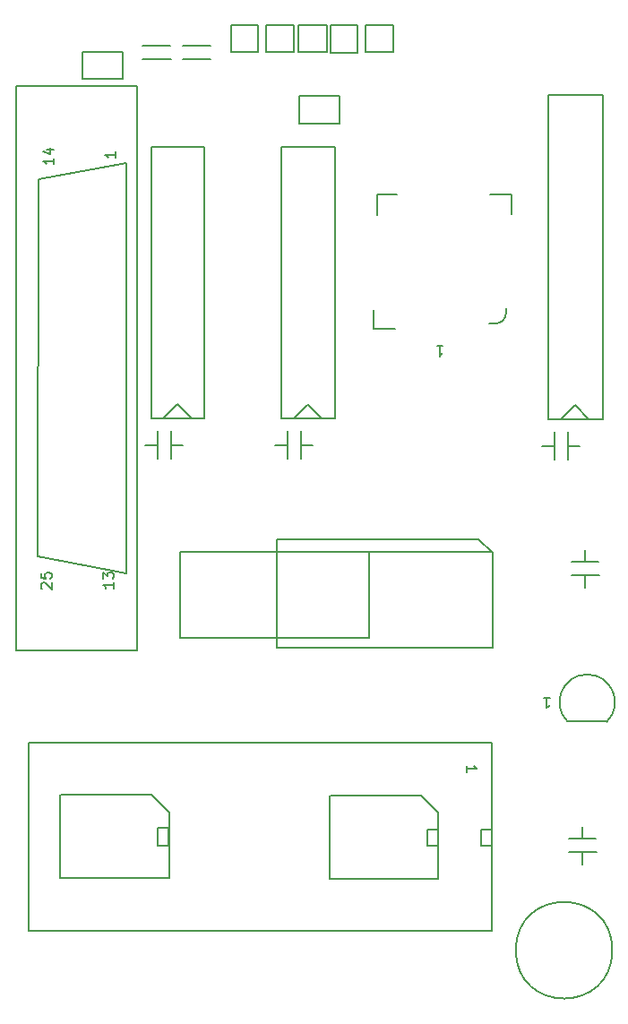
<source format=gbr>
%TF.GenerationSoftware,KiCad,Pcbnew,(6.0.2)*%
%TF.CreationDate,2022-07-19T18:31:23-05:00*%
%TF.ProjectId,PXT6-3,50585436-2d33-42e6-9b69-6361645f7063,rev?*%
%TF.SameCoordinates,Original*%
%TF.FileFunction,Legend,Top*%
%TF.FilePolarity,Positive*%
%FSLAX46Y46*%
G04 Gerber Fmt 4.6, Leading zero omitted, Abs format (unit mm)*
G04 Created by KiCad (PCBNEW (6.0.2)) date 2022-07-19 18:31:23*
%MOMM*%
%LPD*%
G01*
G04 APERTURE LIST*
%ADD10C,0.200000*%
%ADD11C,0.150000*%
G04 APERTURE END LIST*
D10*
X163813750Y-79598800D02*
X165083750Y-78328800D01*
X135873750Y-44951600D02*
X135873750Y-42411600D01*
X138969450Y-42451300D02*
X141628450Y-42451300D01*
X125078750Y-79559100D02*
X125078750Y-53960700D01*
X163149050Y-82194200D02*
X161998150Y-82194200D01*
X135159450Y-44951600D02*
X132579750Y-44951600D01*
X165798150Y-120556300D02*
X165798150Y-121707200D01*
D11*
X146074000Y-69304000D02*
X146074000Y-71149000D01*
D10*
X136945350Y-92219400D02*
X136945350Y-90989100D01*
X136945350Y-92219400D02*
X157344750Y-92219400D01*
X145279750Y-42451300D02*
X147899150Y-42451300D01*
X152185350Y-123056600D02*
X141906350Y-123056600D01*
X118570050Y-47531300D02*
X118570050Y-44951600D01*
X145597250Y-92219400D02*
X145597250Y-100315700D01*
X116466650Y-115158800D02*
X125078750Y-115158800D01*
X125604650Y-82114800D02*
X124453750Y-82114800D01*
X126705950Y-116786000D02*
X126705950Y-122977200D01*
X122657850Y-94203800D02*
X122657850Y-55468800D01*
X142025350Y-42451300D02*
X144525650Y-42451300D01*
X139009150Y-51698500D02*
X139009150Y-49118800D01*
X145279750Y-44991300D02*
X145279750Y-42451300D01*
X137907750Y-80805200D02*
X137907750Y-83424500D01*
X142858750Y-49118800D02*
X142858750Y-51698500D01*
X124245350Y-45626300D02*
X126904450Y-45626300D01*
X138493150Y-44951600D02*
X135873750Y-44951600D01*
X147899150Y-42451300D02*
X147899150Y-44991300D01*
X163149050Y-83503900D02*
X163149050Y-82194200D01*
X127777550Y-100315700D02*
X127777550Y-92219400D01*
X126874650Y-80805200D02*
X126874650Y-83384800D01*
X128055350Y-45626300D02*
X130674750Y-45626300D01*
X114363150Y-56976900D02*
X114323450Y-92616300D01*
X151113750Y-118413200D02*
X152185350Y-118413200D01*
X127985950Y-82114800D02*
X126914350Y-82114800D01*
X142858750Y-51698500D02*
X139009150Y-51698500D01*
X164726650Y-94402200D02*
X167345950Y-94402200D01*
X167703150Y-79638500D02*
X167703150Y-48999700D01*
X164726650Y-93132200D02*
X167306350Y-93132200D01*
X135873750Y-42411600D02*
X138493150Y-42411600D01*
D11*
X146414000Y-58406000D02*
X146416000Y-60393000D01*
D10*
X141906350Y-123056600D02*
X141906350Y-115238200D01*
X137302550Y-53960700D02*
X142382550Y-53960700D01*
X164369450Y-108213500D02*
X168100050Y-108213500D01*
X139842550Y-78289100D02*
X141112550Y-79559100D01*
X113450350Y-110197900D02*
X157225650Y-110197900D01*
X124245350Y-44316600D02*
X126825050Y-44316600D01*
X125634450Y-118294100D02*
X126666350Y-118294100D01*
X125634450Y-119961000D02*
X125634450Y-118294100D01*
X125604650Y-80805200D02*
X125604650Y-83424500D01*
X166036350Y-94402200D02*
X166036350Y-95553200D01*
X116426950Y-122977200D02*
X116426950Y-115158800D01*
X126229750Y-79519400D02*
X127499750Y-78249400D01*
X127777550Y-92219400D02*
X145597250Y-92219400D01*
X136945350Y-101228500D02*
X136945350Y-92219400D01*
X165798150Y-118175000D02*
X165798150Y-119246600D01*
X156193750Y-120000700D02*
X156193750Y-118413200D01*
D11*
X158554000Y-69672000D02*
X158554000Y-69125000D01*
D10*
X167703150Y-48999700D02*
X162543750Y-48999700D01*
X164488450Y-120556300D02*
X167107850Y-120556300D01*
X140289050Y-82114800D02*
X139217450Y-82114800D01*
X132579750Y-44951600D02*
X132579750Y-42411600D01*
X138493150Y-42411600D02*
X138493150Y-44951600D01*
X142025350Y-45031000D02*
X142025350Y-42451300D01*
X157344750Y-92219400D02*
X157344750Y-101228500D01*
X125604650Y-83424500D02*
X125604650Y-82114800D01*
X112259750Y-101466600D02*
X112259750Y-48126600D01*
X145597250Y-100315700D02*
X127777550Y-100315700D01*
X122380050Y-47531300D02*
X118570050Y-47531300D01*
X162543750Y-48999700D02*
X162543750Y-79638500D01*
X152185350Y-116865400D02*
X152185350Y-123056600D01*
X166036350Y-92021000D02*
X166036350Y-93092600D01*
D11*
X148259000Y-58406000D02*
X146414000Y-58406000D01*
X157534540Y-70601306D02*
G75*
G03*
X158553540Y-69682306I68603J948373D01*
G01*
D10*
X144525650Y-45031000D02*
X142025350Y-45031000D01*
X139177750Y-80805200D02*
X139177750Y-83384800D01*
D11*
X159087000Y-58422500D02*
X157100000Y-58424500D01*
D10*
X127539450Y-78249400D02*
X128809450Y-79519400D01*
X156193750Y-118413200D02*
X157225650Y-118413200D01*
D11*
X159087000Y-60267500D02*
X159087000Y-58422500D01*
D10*
X130079450Y-79559100D02*
X125078750Y-79559100D01*
X162543750Y-79638500D02*
X167703150Y-79638500D01*
X122380050Y-44951600D02*
X122380050Y-47531300D01*
X142382550Y-53960700D02*
X142382550Y-79559100D01*
X130079450Y-53960700D02*
X130079450Y-79559100D01*
X150558150Y-115238200D02*
X152145650Y-116825700D01*
X163813750Y-79638500D02*
X163813750Y-79598800D01*
X125078750Y-53960700D02*
X130079450Y-53960700D01*
X139009150Y-49118800D02*
X142858750Y-49118800D01*
X144525650Y-42451300D02*
X144525650Y-45031000D01*
X164419050Y-80884500D02*
X164419050Y-83464200D01*
X123689750Y-101466600D02*
X112259750Y-101466600D01*
X168616050Y-129843200D02*
G75*
G03*
X168616050Y-129843200I-4564100J0D01*
G01*
X125078750Y-115158800D02*
X126666350Y-116746300D01*
X151113750Y-119961000D02*
X151113750Y-118413200D01*
X112259750Y-48126600D02*
X123689750Y-48126600D01*
D11*
X157539000Y-70598000D02*
X156999000Y-70597000D01*
D10*
X152185350Y-119961000D02*
X151113750Y-119961000D01*
X126229750Y-79559100D02*
X126229750Y-79519400D01*
X164488450Y-119286300D02*
X167068150Y-119286300D01*
D11*
X146074000Y-71149000D02*
X148061000Y-71147000D01*
D10*
X157225650Y-120000700D02*
X156193750Y-120000700D01*
X126666350Y-119961000D02*
X125634450Y-119961000D01*
X123689750Y-48126600D02*
X123689750Y-101466600D01*
X163149050Y-80884500D02*
X163149050Y-83503900D01*
X136945350Y-90989100D02*
X155995350Y-90989100D01*
X137907750Y-83424500D02*
X137907750Y-82114800D01*
X139802850Y-78289100D02*
X139842550Y-78289100D01*
X167345950Y-94402200D02*
X166036350Y-94402200D01*
X147899150Y-44991300D02*
X145279750Y-44991300D01*
X137907750Y-82114800D02*
X136756850Y-82114800D01*
X126666350Y-118294100D02*
X126666350Y-119961000D01*
X157225650Y-128017600D02*
X113450350Y-128017600D01*
X127499750Y-78249400D02*
X127539450Y-78249400D01*
X141945950Y-115238200D02*
X150558150Y-115238200D01*
X152185350Y-118413200D02*
X152185350Y-119961000D01*
X165530250Y-82194200D02*
X164458750Y-82194200D01*
X167107850Y-120556300D02*
X165798150Y-120556300D01*
X157225650Y-118413200D02*
X157225650Y-120000700D01*
X126705950Y-122977200D02*
X116426950Y-122977200D01*
X165083750Y-78328800D02*
X166393450Y-79638500D01*
X118570050Y-44951600D02*
X122380050Y-44951600D01*
X168095750Y-108243400D02*
G75*
G03*
X164391350Y-108243400I-1852200J1852200D01*
G01*
X137302550Y-79559100D02*
X137302550Y-53960700D01*
X135159450Y-42411600D02*
X135159450Y-44951600D01*
X142382550Y-79559100D02*
X137302550Y-79559100D01*
X141628450Y-42451300D02*
X141628450Y-44951600D01*
X157344750Y-101228500D02*
X136945350Y-101228500D01*
X155995350Y-90989100D02*
X157225650Y-92219400D01*
X138612250Y-79479700D02*
X139802850Y-78289100D01*
X138969450Y-44951600D02*
X138969450Y-42451300D01*
X141628450Y-44951600D02*
X138969450Y-44951600D01*
X122657850Y-55468800D02*
X114363150Y-56976900D01*
X157225650Y-110197900D02*
X157225650Y-128017600D01*
X114323450Y-92616300D02*
X122657850Y-94203800D01*
X113450350Y-128017600D02*
X113450350Y-110197900D01*
X132579750Y-42411600D02*
X135159450Y-42411600D01*
X128055350Y-44316600D02*
X130674750Y-44316600D01*
D11*
X121491380Y-95068476D02*
X121491380Y-95639904D01*
X121491380Y-95354190D02*
X120491380Y-95354190D01*
X120634238Y-95449428D01*
X120729476Y-95544666D01*
X120777095Y-95639904D01*
X120491380Y-94735142D02*
X120491380Y-94116095D01*
X120872333Y-94449428D01*
X120872333Y-94306571D01*
X120919952Y-94211333D01*
X120967571Y-94163714D01*
X121062809Y-94116095D01*
X121300904Y-94116095D01*
X121396142Y-94163714D01*
X121443761Y-94211333D01*
X121491380Y-94306571D01*
X121491380Y-94592285D01*
X121443761Y-94687523D01*
X121396142Y-94735142D01*
X162145285Y-105955619D02*
X162716714Y-105955619D01*
X162431000Y-105955619D02*
X162431000Y-106955619D01*
X162526238Y-106812761D01*
X162621476Y-106717523D01*
X162716714Y-106669904D01*
X154823619Y-112990714D02*
X154823619Y-112419285D01*
X154823619Y-112705000D02*
X155823619Y-112705000D01*
X155680761Y-112609761D01*
X155585523Y-112514523D01*
X155537904Y-112419285D01*
X115841380Y-54993476D02*
X115841380Y-55564904D01*
X115841380Y-55279190D02*
X114841380Y-55279190D01*
X114984238Y-55374428D01*
X115079476Y-55469666D01*
X115127095Y-55564904D01*
X115174714Y-54136333D02*
X115841380Y-54136333D01*
X114793761Y-54374428D02*
X115508047Y-54612523D01*
X115508047Y-53993476D01*
X121680380Y-54380285D02*
X121680380Y-54951714D01*
X121680380Y-54666000D02*
X120680380Y-54666000D01*
X120823238Y-54761238D01*
X120918476Y-54856476D01*
X120966095Y-54951714D01*
X152031285Y-72709619D02*
X152602714Y-72709619D01*
X152317000Y-72709619D02*
X152317000Y-73709619D01*
X152412238Y-73566761D01*
X152507476Y-73471523D01*
X152602714Y-73423904D01*
X114716619Y-95676904D02*
X114669000Y-95629285D01*
X114621380Y-95534047D01*
X114621380Y-95295952D01*
X114669000Y-95200714D01*
X114716619Y-95153095D01*
X114811857Y-95105476D01*
X114907095Y-95105476D01*
X115049952Y-95153095D01*
X115621380Y-95724523D01*
X115621380Y-95105476D01*
X114621380Y-94200714D02*
X114621380Y-94676904D01*
X115097571Y-94724523D01*
X115049952Y-94676904D01*
X115002333Y-94581666D01*
X115002333Y-94343571D01*
X115049952Y-94248333D01*
X115097571Y-94200714D01*
X115192809Y-94153095D01*
X115430904Y-94153095D01*
X115526142Y-94200714D01*
X115573761Y-94248333D01*
X115621380Y-94343571D01*
X115621380Y-94581666D01*
X115573761Y-94676904D01*
X115526142Y-94724523D01*
M02*

</source>
